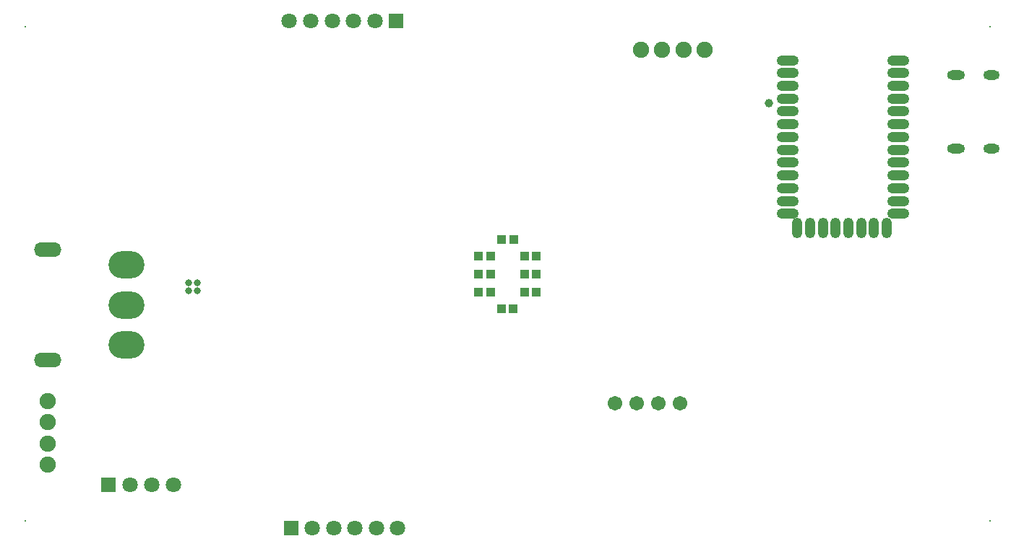
<source format=gbs>
G04*
G04 #@! TF.GenerationSoftware,Altium Limited,Altium Designer,20.1.11 (218)*
G04*
G04 Layer_Color=16711935*
%FSLAX25Y25*%
%MOIN*%
G70*
G04*
G04 #@! TF.SameCoordinates,8D0FCBAB-09EC-4A3B-B863-23265075E7EF*
G04*
G04*
G04 #@! TF.FilePolarity,Negative*
G04*
G01*
G75*
%ADD65C,0.06706*%
%ADD69R,0.03950X0.04343*%
%ADD102O,0.16548X0.12611*%
%ADD103O,0.12611X0.06706*%
%ADD104C,0.07487*%
%ADD105R,0.07099X0.07099*%
%ADD106C,0.07099*%
%ADD107O,0.08270X0.04340*%
%ADD108O,0.07490X0.04340*%
%ADD109C,0.00800*%
%ADD110C,0.03950*%
%ADD111C,0.03200*%
%ADD136O,0.10249X0.04737*%
%ADD137O,0.04737X0.09461*%
D65*
X49700Y-59900D02*
D03*
X59700D02*
D03*
X69700D02*
D03*
X79700D02*
D03*
D69*
X-7813Y-8366D02*
D03*
X-13324D02*
D03*
X7874D02*
D03*
X13385D02*
D03*
X-13324Y-80D02*
D03*
X-7813D02*
D03*
X13385D02*
D03*
X7874D02*
D03*
X-2786Y-16147D02*
D03*
X2725D02*
D03*
X2786Y15932D02*
D03*
X-2725D02*
D03*
X-13324Y8206D02*
D03*
X-7813D02*
D03*
X7874D02*
D03*
X13385D02*
D03*
D102*
X-175779Y-32813D02*
D03*
Y-14310D02*
D03*
Y4194D02*
D03*
D103*
X-212000Y-39900D02*
D03*
Y11281D02*
D03*
D104*
X61537Y103700D02*
D03*
X71378D02*
D03*
X81221D02*
D03*
X91063D02*
D03*
X-212100Y-58636D02*
D03*
Y-68479D02*
D03*
Y-78321D02*
D03*
Y-88164D02*
D03*
D105*
X-51394Y116900D02*
D03*
X-99913Y-117500D02*
D03*
X-184100Y-97400D02*
D03*
D106*
X-61236Y116900D02*
D03*
X-71078D02*
D03*
X-80921D02*
D03*
X-90764D02*
D03*
X-100606D02*
D03*
X-90070Y-117500D02*
D03*
X-80228D02*
D03*
X-70385D02*
D03*
X-60542D02*
D03*
X-50700D02*
D03*
X-154100Y-97400D02*
D03*
X-164100D02*
D03*
X-174100D02*
D03*
D107*
X206790Y57790D02*
D03*
Y91810D02*
D03*
D108*
X223250D02*
D03*
Y57790D02*
D03*
D109*
X222441Y-114173D02*
D03*
Y114173D02*
D03*
X-222441D02*
D03*
Y-114173D02*
D03*
D110*
X120700Y79000D02*
D03*
D111*
X-147068Y-3931D02*
D03*
Y-7868D02*
D03*
X-143131D02*
D03*
Y-3931D02*
D03*
D136*
X129300Y98700D02*
D03*
Y92795D02*
D03*
Y86889D02*
D03*
Y80984D02*
D03*
Y75078D02*
D03*
Y69172D02*
D03*
Y63267D02*
D03*
Y57361D02*
D03*
Y51456D02*
D03*
Y45550D02*
D03*
Y39645D02*
D03*
Y33739D02*
D03*
Y27834D02*
D03*
X180087D02*
D03*
Y33739D02*
D03*
Y39645D02*
D03*
Y45550D02*
D03*
Y51456D02*
D03*
Y57361D02*
D03*
Y63267D02*
D03*
Y69172D02*
D03*
Y75078D02*
D03*
Y80984D02*
D03*
Y86889D02*
D03*
Y92795D02*
D03*
Y98700D02*
D03*
D137*
X133631Y21141D02*
D03*
X139536D02*
D03*
X145442D02*
D03*
X151347D02*
D03*
X157253D02*
D03*
X163158D02*
D03*
X169064D02*
D03*
X174969D02*
D03*
M02*

</source>
